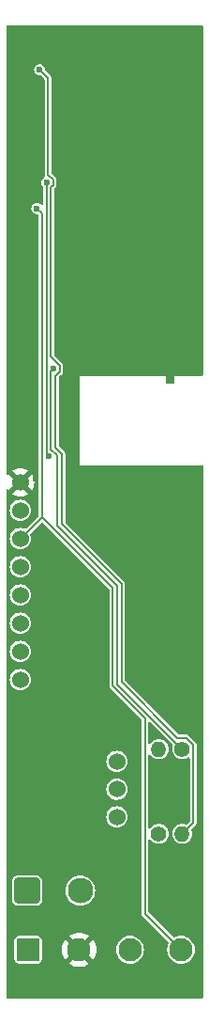
<source format=gbr>
%TF.GenerationSoftware,KiCad,Pcbnew,8.0.8*%
%TF.CreationDate,2025-02-17T15:57:01+09:00*%
%TF.ProjectId,hotdoggu_slimeVR_PCB,686f7464-6f67-4677-955f-736c696d6556,rev?*%
%TF.SameCoordinates,Original*%
%TF.FileFunction,Copper,L2,Bot*%
%TF.FilePolarity,Positive*%
%FSLAX46Y46*%
G04 Gerber Fmt 4.6, Leading zero omitted, Abs format (unit mm)*
G04 Created by KiCad (PCBNEW 8.0.8) date 2025-02-17 15:57:01*
%MOMM*%
%LPD*%
G01*
G04 APERTURE LIST*
G04 Aperture macros list*
%AMRoundRect*
0 Rectangle with rounded corners*
0 $1 Rounding radius*
0 $2 $3 $4 $5 $6 $7 $8 $9 X,Y pos of 4 corners*
0 Add a 4 corners polygon primitive as box body*
4,1,4,$2,$3,$4,$5,$6,$7,$8,$9,$2,$3,0*
0 Add four circle primitives for the rounded corners*
1,1,$1+$1,$2,$3*
1,1,$1+$1,$4,$5*
1,1,$1+$1,$6,$7*
1,1,$1+$1,$8,$9*
0 Add four rect primitives between the rounded corners*
20,1,$1+$1,$2,$3,$4,$5,0*
20,1,$1+$1,$4,$5,$6,$7,0*
20,1,$1+$1,$6,$7,$8,$9,0*
20,1,$1+$1,$8,$9,$2,$3,0*%
G04 Aperture macros list end*
%TA.AperFunction,ComponentPad*%
%ADD10C,1.400000*%
%TD*%
%TA.AperFunction,ComponentPad*%
%ADD11O,1.400000X1.400000*%
%TD*%
%TA.AperFunction,ComponentPad*%
%ADD12RoundRect,0.250001X-0.899999X-0.899999X0.899999X-0.899999X0.899999X0.899999X-0.899999X0.899999X0*%
%TD*%
%TA.AperFunction,ComponentPad*%
%ADD13C,2.300000*%
%TD*%
%TA.AperFunction,ComponentPad*%
%ADD14C,1.524000*%
%TD*%
%TA.AperFunction,ComponentPad*%
%ADD15RoundRect,0.250001X-0.799999X-0.799999X0.799999X-0.799999X0.799999X0.799999X-0.799999X0.799999X0*%
%TD*%
%TA.AperFunction,ComponentPad*%
%ADD16C,2.100000*%
%TD*%
%TA.AperFunction,ViaPad*%
%ADD17C,0.600000*%
%TD*%
%TA.AperFunction,Conductor*%
%ADD18C,0.200000*%
%TD*%
G04 APERTURE END LIST*
D10*
%TO.P,R1,1*%
%TO.N,/VBAT_SW*%
X162110000Y-108940000D03*
D11*
%TO.P,R1,2*%
%TO.N,Net-(U1-D0)*%
X162110000Y-116560000D03*
%TD*%
D12*
%TO.P,J2,1,Pin_1*%
%TO.N,+BATT*%
X148108000Y-121666000D03*
D13*
%TO.P,J2,2,Pin_2*%
%TO.N,GND*%
X152908000Y-121666000D03*
%TD*%
D14*
%TO.P,U2,1,VCC*%
%TO.N,+3V3*%
X147500000Y-84902000D03*
%TO.P,U2,2,GND*%
%TO.N,GND*%
X147500000Y-87442000D03*
%TO.P,U2,3,SCL*%
%TO.N,/SCL*%
X147500000Y-89982000D03*
%TO.P,U2,4,SDA*%
%TO.N,/SDA*%
X147500000Y-92522000D03*
%TO.P,U2,5,XDA*%
%TO.N,unconnected-(U2-XDA-Pad5)*%
X147500000Y-95062000D03*
%TO.P,U2,6,XCL*%
%TO.N,unconnected-(U2-XCL-Pad6)*%
X147500000Y-97602000D03*
%TO.P,U2,7,ADD*%
%TO.N,unconnected-(U2-ADD-Pad7)*%
X147500000Y-100142000D03*
%TO.P,U2,8,INT*%
%TO.N,unconnected-(U2-INT-Pad8)*%
X147500000Y-102682000D03*
%TD*%
D15*
%TO.P,J1,1,Pin_1*%
%TO.N,GND*%
X148210000Y-127000000D03*
D16*
%TO.P,J1,2,Pin_2*%
%TO.N,+3V3*%
X152810000Y-127000000D03*
%TO.P,J1,3,Pin_3*%
%TO.N,/SDA*%
X157410000Y-127000000D03*
%TO.P,J1,4,Pin_4*%
%TO.N,/SCL*%
X162010000Y-127000000D03*
%TD*%
D14*
%TO.P,SW1,1,B*%
%TO.N,unconnected-(SW1-B-Pad1)*%
X156220000Y-115043000D03*
%TO.P,SW1,2,C*%
%TO.N,+BATT*%
X156220000Y-112543000D03*
%TO.P,SW1,3,A*%
%TO.N,/VBAT_SW*%
X156220000Y-110043000D03*
%TD*%
D10*
%TO.P,R2,1*%
%TO.N,Net-(U1-D0)*%
X160000000Y-116560000D03*
D11*
%TO.P,R2,2*%
%TO.N,GND*%
X160000000Y-108940000D03*
%TD*%
D17*
%TO.N,/SCL*%
X149000000Y-60250000D03*
%TO.N,/SDA*%
X150044000Y-82543998D03*
X149860000Y-57912000D03*
%TO.N,+3V3*%
X148844000Y-84582000D03*
X161080000Y-47140000D03*
%TO.N,Net-(U1-D0)*%
X149250000Y-47750000D03*
%TO.N,/VBAT_SW*%
X150460000Y-74645000D03*
%TD*%
D18*
%TO.N,/SCL*%
X149444000Y-60694000D02*
X149444000Y-88038000D01*
X149472315Y-88038000D02*
X150850000Y-89415686D01*
X155850000Y-103245686D02*
X158750000Y-106145686D01*
X149444000Y-88038000D02*
X147500000Y-89982000D01*
X149444000Y-88038000D02*
X149472315Y-88038000D01*
X149000000Y-60250000D02*
X149444000Y-60694000D01*
X158750000Y-106145686D02*
X158750000Y-123740000D01*
X158750000Y-123740000D02*
X162010000Y-127000000D01*
X155850000Y-94415686D02*
X155850000Y-103245686D01*
X150850000Y-89415686D02*
X155850000Y-94415686D01*
%TO.N,/SDA*%
X150044000Y-82543998D02*
X149860000Y-82359998D01*
X149860000Y-82359998D02*
X149860000Y-57912000D01*
X147500000Y-92522000D02*
X147761000Y-92261000D01*
%TO.N,Net-(U1-D0)*%
X149250000Y-47750000D02*
X150000000Y-48500000D01*
X161690000Y-107940000D02*
X162524214Y-107940000D01*
X150000000Y-57203471D02*
X150460000Y-57663471D01*
X150260000Y-73596471D02*
X151060000Y-74396471D01*
X162524214Y-107940000D02*
X163110000Y-108525786D01*
X150460000Y-58160529D02*
X150260000Y-58360529D01*
X150660000Y-81745785D02*
X151250000Y-82335785D01*
X150000000Y-48500000D02*
X150000000Y-57203471D01*
X150708529Y-75245000D02*
X150660000Y-75245000D01*
X151060000Y-74893529D02*
X150708529Y-75245000D01*
X150260000Y-58360529D02*
X150260000Y-73596471D01*
X151250000Y-82335785D02*
X151250000Y-88684314D01*
X163110000Y-115560000D02*
X162110000Y-116560000D01*
X150660000Y-75245000D02*
X150660000Y-81745785D01*
X151250000Y-88684314D02*
X156650000Y-94084314D01*
X150460000Y-57663471D02*
X150460000Y-58160529D01*
X163110000Y-108525786D02*
X163110000Y-115560000D01*
X151060000Y-74396471D02*
X151060000Y-74893529D01*
X156650000Y-94084314D02*
X156650000Y-102900000D01*
X156650000Y-102900000D02*
X161690000Y-107940000D01*
%TO.N,/VBAT_SW*%
X150460000Y-74645000D02*
X150260000Y-74845000D01*
X150260000Y-74845000D02*
X150260000Y-81911471D01*
X150260000Y-81911471D02*
X150850000Y-82501471D01*
X150850000Y-82501471D02*
X150850000Y-88850000D01*
X156250000Y-94250000D02*
X156250000Y-103080000D01*
X156250000Y-103080000D02*
X162110000Y-108940000D01*
X150850000Y-88850000D02*
X156250000Y-94250000D01*
%TD*%
%TA.AperFunction,Conductor*%
%TO.N,+3V3*%
G36*
X163952539Y-43810185D02*
G01*
X163998294Y-43862989D01*
X164009500Y-43914500D01*
X164009500Y-75236000D01*
X163989815Y-75303039D01*
X163937011Y-75348794D01*
X163885500Y-75360000D01*
X161440000Y-75360000D01*
X161440000Y-75936000D01*
X161420315Y-76003039D01*
X161367511Y-76048794D01*
X161316000Y-76060000D01*
X160764000Y-76060000D01*
X160696961Y-76040315D01*
X160651206Y-75987511D01*
X160640000Y-75936000D01*
X160640000Y-75360000D01*
X152840000Y-75360000D01*
X152840000Y-83360000D01*
X163885500Y-83360000D01*
X163952539Y-83379685D01*
X163998294Y-83432489D01*
X164009500Y-83484000D01*
X164009500Y-131265500D01*
X163989815Y-131332539D01*
X163937011Y-131378294D01*
X163885500Y-131389500D01*
X146334500Y-131389500D01*
X146267461Y-131369815D01*
X146221706Y-131317011D01*
X146210500Y-131265500D01*
X146210500Y-126145731D01*
X146959500Y-126145731D01*
X146959500Y-127854258D01*
X146962354Y-127884698D01*
X146962354Y-127884699D01*
X147007206Y-128012881D01*
X147007207Y-128012882D01*
X147087850Y-128122150D01*
X147197118Y-128202793D01*
X147325302Y-128247646D01*
X147325301Y-128247646D01*
X147329271Y-128248018D01*
X147355735Y-128250500D01*
X149064264Y-128250499D01*
X149094698Y-128247646D01*
X149222882Y-128202793D01*
X149332150Y-128122150D01*
X149412793Y-128012882D01*
X149457646Y-127884698D01*
X149460500Y-127854265D01*
X149460499Y-127000000D01*
X151255207Y-127000000D01*
X151274348Y-127243219D01*
X151331303Y-127480457D01*
X151424668Y-127705861D01*
X151548504Y-127907942D01*
X152286212Y-127170234D01*
X152297482Y-127212292D01*
X152369890Y-127337708D01*
X152472292Y-127440110D01*
X152597708Y-127512518D01*
X152639765Y-127523787D01*
X151902056Y-128261494D01*
X152104138Y-128385331D01*
X152329542Y-128478696D01*
X152566780Y-128535651D01*
X152566779Y-128535651D01*
X152810000Y-128554792D01*
X153053219Y-128535651D01*
X153290457Y-128478696D01*
X153515861Y-128385331D01*
X153717942Y-128261494D01*
X152980234Y-127523787D01*
X153022292Y-127512518D01*
X153147708Y-127440110D01*
X153250110Y-127337708D01*
X153322518Y-127212292D01*
X153333787Y-127170235D01*
X154071494Y-127907942D01*
X154195331Y-127705861D01*
X154288696Y-127480457D01*
X154345651Y-127243219D01*
X154364792Y-127000000D01*
X154364792Y-126999997D01*
X156154723Y-126999997D01*
X156154723Y-127000002D01*
X156173793Y-127217975D01*
X156173793Y-127217979D01*
X156230422Y-127429322D01*
X156230424Y-127429326D01*
X156230425Y-127429330D01*
X156235452Y-127440110D01*
X156322897Y-127627638D01*
X156322898Y-127627639D01*
X156448402Y-127806877D01*
X156603123Y-127961598D01*
X156782361Y-128087102D01*
X156980670Y-128179575D01*
X157192023Y-128236207D01*
X157374926Y-128252208D01*
X157409998Y-128255277D01*
X157410000Y-128255277D01*
X157410002Y-128255277D01*
X157438254Y-128252805D01*
X157627977Y-128236207D01*
X157839330Y-128179575D01*
X158037639Y-128087102D01*
X158216877Y-127961598D01*
X158371598Y-127806877D01*
X158497102Y-127627639D01*
X158589575Y-127429330D01*
X158646207Y-127217977D01*
X158665277Y-127000000D01*
X158646207Y-126782023D01*
X158589575Y-126570670D01*
X158497102Y-126372362D01*
X158497100Y-126372359D01*
X158497099Y-126372357D01*
X158371599Y-126193124D01*
X158324206Y-126145731D01*
X158216877Y-126038402D01*
X158037639Y-125912898D01*
X158037640Y-125912898D01*
X158037638Y-125912897D01*
X157929500Y-125862472D01*
X157839330Y-125820425D01*
X157839326Y-125820424D01*
X157839322Y-125820422D01*
X157627977Y-125763793D01*
X157410002Y-125744723D01*
X157409998Y-125744723D01*
X157264682Y-125757436D01*
X157192023Y-125763793D01*
X157192020Y-125763793D01*
X156980677Y-125820422D01*
X156980668Y-125820426D01*
X156782361Y-125912898D01*
X156782357Y-125912900D01*
X156603121Y-126038402D01*
X156448402Y-126193121D01*
X156322900Y-126372357D01*
X156322898Y-126372361D01*
X156230426Y-126570668D01*
X156230422Y-126570677D01*
X156173793Y-126782020D01*
X156173793Y-126782024D01*
X156154723Y-126999997D01*
X154364792Y-126999997D01*
X154345651Y-126756780D01*
X154288696Y-126519542D01*
X154195331Y-126294138D01*
X154071494Y-126092056D01*
X153333787Y-126829764D01*
X153322518Y-126787708D01*
X153250110Y-126662292D01*
X153147708Y-126559890D01*
X153022292Y-126487482D01*
X152980233Y-126476212D01*
X153717942Y-125738504D01*
X153515861Y-125614668D01*
X153290457Y-125521303D01*
X153053219Y-125464348D01*
X153053220Y-125464348D01*
X152810000Y-125445207D01*
X152566780Y-125464348D01*
X152329542Y-125521303D01*
X152104146Y-125614665D01*
X152104141Y-125614668D01*
X151902056Y-125738504D01*
X152639765Y-126476212D01*
X152597708Y-126487482D01*
X152472292Y-126559890D01*
X152369890Y-126662292D01*
X152297482Y-126787708D01*
X152286212Y-126829765D01*
X151548504Y-126092056D01*
X151424668Y-126294141D01*
X151424665Y-126294146D01*
X151331303Y-126519542D01*
X151274348Y-126756780D01*
X151255207Y-127000000D01*
X149460499Y-127000000D01*
X149460499Y-126145736D01*
X149457646Y-126115302D01*
X149412793Y-125987118D01*
X149332150Y-125877850D01*
X149222882Y-125797207D01*
X149222881Y-125797206D01*
X149094695Y-125752353D01*
X149094698Y-125752353D01*
X149064268Y-125749500D01*
X147355741Y-125749500D01*
X147325301Y-125752354D01*
X147325300Y-125752354D01*
X147197118Y-125797206D01*
X147087850Y-125877850D01*
X147007206Y-125987118D01*
X146962353Y-126115302D01*
X146959500Y-126145731D01*
X146210500Y-126145731D01*
X146210500Y-120711731D01*
X146757500Y-120711731D01*
X146757500Y-122620258D01*
X146760354Y-122650698D01*
X146760354Y-122650699D01*
X146805206Y-122778881D01*
X146805207Y-122778882D01*
X146885850Y-122888150D01*
X146995118Y-122968793D01*
X147123302Y-123013646D01*
X147123301Y-123013646D01*
X147127271Y-123014018D01*
X147153735Y-123016500D01*
X149062264Y-123016499D01*
X149092698Y-123013646D01*
X149220882Y-122968793D01*
X149330150Y-122888150D01*
X149410793Y-122778882D01*
X149455646Y-122650698D01*
X149458500Y-122620265D01*
X149458499Y-121665999D01*
X151552341Y-121665999D01*
X151552341Y-121666000D01*
X151572936Y-121901403D01*
X151572938Y-121901413D01*
X151634094Y-122129655D01*
X151634096Y-122129659D01*
X151634097Y-122129663D01*
X151733965Y-122343830D01*
X151733967Y-122343834D01*
X151842281Y-122498521D01*
X151869505Y-122537401D01*
X152036599Y-122704495D01*
X152133384Y-122772265D01*
X152230165Y-122840032D01*
X152230167Y-122840033D01*
X152230170Y-122840035D01*
X152444337Y-122939903D01*
X152672592Y-123001063D01*
X152849034Y-123016500D01*
X152907999Y-123021659D01*
X152908000Y-123021659D01*
X152908001Y-123021659D01*
X152966966Y-123016500D01*
X153143408Y-123001063D01*
X153371663Y-122939903D01*
X153585830Y-122840035D01*
X153779401Y-122704495D01*
X153946495Y-122537401D01*
X154082035Y-122343830D01*
X154181903Y-122129663D01*
X154243063Y-121901408D01*
X154263659Y-121666000D01*
X154243063Y-121430592D01*
X154181903Y-121202337D01*
X154082035Y-120988171D01*
X153946495Y-120794599D01*
X153946494Y-120794597D01*
X153779402Y-120627506D01*
X153779395Y-120627501D01*
X153585834Y-120491967D01*
X153585830Y-120491965D01*
X153482647Y-120443850D01*
X153371663Y-120392097D01*
X153371659Y-120392096D01*
X153371655Y-120392094D01*
X153143413Y-120330938D01*
X153143403Y-120330936D01*
X152908001Y-120310341D01*
X152907999Y-120310341D01*
X152672596Y-120330936D01*
X152672586Y-120330938D01*
X152444344Y-120392094D01*
X152444335Y-120392098D01*
X152230171Y-120491964D01*
X152230169Y-120491965D01*
X152036597Y-120627505D01*
X151869505Y-120794597D01*
X151733965Y-120988169D01*
X151733964Y-120988171D01*
X151634098Y-121202335D01*
X151634094Y-121202344D01*
X151572938Y-121430586D01*
X151572936Y-121430596D01*
X151552341Y-121665999D01*
X149458499Y-121665999D01*
X149458499Y-120711736D01*
X149455646Y-120681302D01*
X149410793Y-120553118D01*
X149330150Y-120443850D01*
X149220882Y-120363207D01*
X149220881Y-120363206D01*
X149092695Y-120318353D01*
X149092698Y-120318353D01*
X149062268Y-120315500D01*
X147153741Y-120315500D01*
X147123301Y-120318354D01*
X147123300Y-120318354D01*
X146995118Y-120363206D01*
X146885850Y-120443850D01*
X146805206Y-120553118D01*
X146760353Y-120681302D01*
X146757500Y-120711731D01*
X146210500Y-120711731D01*
X146210500Y-115043000D01*
X155252843Y-115043000D01*
X155271426Y-115231681D01*
X155271427Y-115231683D01*
X155326463Y-115413115D01*
X155326464Y-115413118D01*
X155326465Y-115413119D01*
X155326466Y-115413122D01*
X155415834Y-115580318D01*
X155415838Y-115580325D01*
X155536116Y-115726883D01*
X155682674Y-115847161D01*
X155682681Y-115847165D01*
X155849877Y-115936533D01*
X155849878Y-115936533D01*
X155849885Y-115936537D01*
X156031317Y-115991573D01*
X156031316Y-115991573D01*
X156048233Y-115993239D01*
X156220000Y-116010157D01*
X156408683Y-115991573D01*
X156590115Y-115936537D01*
X156757324Y-115847162D01*
X156903883Y-115726883D01*
X157024162Y-115580324D01*
X157113537Y-115413115D01*
X157168573Y-115231683D01*
X157187157Y-115043000D01*
X157168573Y-114854317D01*
X157113537Y-114672885D01*
X157024162Y-114505676D01*
X157024161Y-114505674D01*
X156903883Y-114359116D01*
X156757325Y-114238838D01*
X156757318Y-114238834D01*
X156590122Y-114149466D01*
X156590119Y-114149465D01*
X156590118Y-114149464D01*
X156590115Y-114149463D01*
X156408683Y-114094427D01*
X156408681Y-114094426D01*
X156408683Y-114094426D01*
X156220000Y-114075843D01*
X156031318Y-114094426D01*
X155924194Y-114126921D01*
X155849885Y-114149463D01*
X155849882Y-114149464D01*
X155849880Y-114149465D01*
X155849877Y-114149466D01*
X155682681Y-114238834D01*
X155682674Y-114238838D01*
X155536116Y-114359116D01*
X155415838Y-114505674D01*
X155415834Y-114505681D01*
X155326466Y-114672877D01*
X155326465Y-114672880D01*
X155271426Y-114854318D01*
X155252843Y-115043000D01*
X146210500Y-115043000D01*
X146210500Y-112543000D01*
X155252843Y-112543000D01*
X155271426Y-112731681D01*
X155271427Y-112731683D01*
X155326463Y-112913115D01*
X155326464Y-112913118D01*
X155326465Y-112913119D01*
X155326466Y-112913122D01*
X155415834Y-113080318D01*
X155415838Y-113080325D01*
X155536116Y-113226883D01*
X155682674Y-113347161D01*
X155682681Y-113347165D01*
X155849877Y-113436533D01*
X155849878Y-113436533D01*
X155849885Y-113436537D01*
X156031317Y-113491573D01*
X156031316Y-113491573D01*
X156048233Y-113493239D01*
X156220000Y-113510157D01*
X156408683Y-113491573D01*
X156590115Y-113436537D01*
X156757324Y-113347162D01*
X156903883Y-113226883D01*
X157024162Y-113080324D01*
X157113537Y-112913115D01*
X157168573Y-112731683D01*
X157187157Y-112543000D01*
X157168573Y-112354317D01*
X157113537Y-112172885D01*
X157024162Y-112005676D01*
X157024161Y-112005674D01*
X156903883Y-111859116D01*
X156757325Y-111738838D01*
X156757318Y-111738834D01*
X156590122Y-111649466D01*
X156590119Y-111649465D01*
X156590118Y-111649464D01*
X156590115Y-111649463D01*
X156408683Y-111594427D01*
X156408681Y-111594426D01*
X156408683Y-111594426D01*
X156220000Y-111575843D01*
X156031318Y-111594426D01*
X155924194Y-111626921D01*
X155849885Y-111649463D01*
X155849882Y-111649464D01*
X155849880Y-111649465D01*
X155849877Y-111649466D01*
X155682681Y-111738834D01*
X155682674Y-111738838D01*
X155536116Y-111859116D01*
X155415838Y-112005674D01*
X155415834Y-112005681D01*
X155326466Y-112172877D01*
X155326465Y-112172880D01*
X155271426Y-112354318D01*
X155252843Y-112543000D01*
X146210500Y-112543000D01*
X146210500Y-110043000D01*
X155252843Y-110043000D01*
X155271426Y-110231681D01*
X155271427Y-110231683D01*
X155326463Y-110413115D01*
X155326464Y-110413118D01*
X155326465Y-110413119D01*
X155326466Y-110413122D01*
X155415834Y-110580318D01*
X155415838Y-110580325D01*
X155536116Y-110726883D01*
X155682674Y-110847161D01*
X155682681Y-110847165D01*
X155849877Y-110936533D01*
X155849878Y-110936533D01*
X155849885Y-110936537D01*
X156031317Y-110991573D01*
X156031316Y-110991573D01*
X156048233Y-110993239D01*
X156220000Y-111010157D01*
X156408683Y-110991573D01*
X156590115Y-110936537D01*
X156757324Y-110847162D01*
X156903883Y-110726883D01*
X157024162Y-110580324D01*
X157113537Y-110413115D01*
X157168573Y-110231683D01*
X157187157Y-110043000D01*
X157168573Y-109854317D01*
X157113537Y-109672885D01*
X157081468Y-109612888D01*
X157024165Y-109505681D01*
X157024161Y-109505674D01*
X156903883Y-109359116D01*
X156757325Y-109238838D01*
X156757318Y-109238834D01*
X156590122Y-109149466D01*
X156590119Y-109149465D01*
X156590118Y-109149464D01*
X156590115Y-109149463D01*
X156408683Y-109094427D01*
X156408681Y-109094426D01*
X156408683Y-109094426D01*
X156220000Y-109075843D01*
X156031318Y-109094426D01*
X155924194Y-109126921D01*
X155849885Y-109149463D01*
X155849882Y-109149464D01*
X155849880Y-109149465D01*
X155849877Y-109149466D01*
X155682681Y-109238834D01*
X155682674Y-109238838D01*
X155536116Y-109359116D01*
X155415838Y-109505674D01*
X155415834Y-109505681D01*
X155326466Y-109672877D01*
X155326465Y-109672880D01*
X155271426Y-109854318D01*
X155252843Y-110043000D01*
X146210500Y-110043000D01*
X146210500Y-102682000D01*
X146532843Y-102682000D01*
X146551426Y-102870681D01*
X146551427Y-102870683D01*
X146606463Y-103052115D01*
X146606464Y-103052118D01*
X146606465Y-103052119D01*
X146606466Y-103052122D01*
X146695834Y-103219318D01*
X146695838Y-103219325D01*
X146816116Y-103365883D01*
X146962674Y-103486161D01*
X146962681Y-103486165D01*
X147129877Y-103575533D01*
X147129878Y-103575533D01*
X147129885Y-103575537D01*
X147311317Y-103630573D01*
X147311316Y-103630573D01*
X147328233Y-103632239D01*
X147500000Y-103649157D01*
X147688683Y-103630573D01*
X147870115Y-103575537D01*
X148037324Y-103486162D01*
X148183883Y-103365883D01*
X148304162Y-103219324D01*
X148393537Y-103052115D01*
X148448573Y-102870683D01*
X148467157Y-102682000D01*
X148448573Y-102493317D01*
X148393537Y-102311885D01*
X148304162Y-102144676D01*
X148304161Y-102144674D01*
X148183883Y-101998116D01*
X148037325Y-101877838D01*
X148037318Y-101877834D01*
X147870122Y-101788466D01*
X147870119Y-101788465D01*
X147870118Y-101788464D01*
X147870115Y-101788463D01*
X147688683Y-101733427D01*
X147688681Y-101733426D01*
X147688683Y-101733426D01*
X147500000Y-101714843D01*
X147311318Y-101733426D01*
X147204194Y-101765921D01*
X147129885Y-101788463D01*
X147129882Y-101788464D01*
X147129880Y-101788465D01*
X147129877Y-101788466D01*
X146962681Y-101877834D01*
X146962674Y-101877838D01*
X146816116Y-101998116D01*
X146695838Y-102144674D01*
X146695834Y-102144681D01*
X146606466Y-102311877D01*
X146606465Y-102311880D01*
X146551426Y-102493318D01*
X146532843Y-102682000D01*
X146210500Y-102682000D01*
X146210500Y-100142000D01*
X146532843Y-100142000D01*
X146551426Y-100330681D01*
X146551427Y-100330683D01*
X146606463Y-100512115D01*
X146606464Y-100512118D01*
X146606465Y-100512119D01*
X146606466Y-100512122D01*
X146695834Y-100679318D01*
X146695838Y-100679325D01*
X146816116Y-100825883D01*
X146962674Y-100946161D01*
X146962681Y-100946165D01*
X147129877Y-101035533D01*
X147129878Y-101035533D01*
X147129885Y-101035537D01*
X147311317Y-101090573D01*
X147311316Y-101090573D01*
X147328233Y-101092239D01*
X147500000Y-101109157D01*
X147688683Y-101090573D01*
X147870115Y-101035537D01*
X148037324Y-100946162D01*
X148183883Y-100825883D01*
X148304162Y-100679324D01*
X148393537Y-100512115D01*
X148448573Y-100330683D01*
X148467157Y-100142000D01*
X148448573Y-99953317D01*
X148393537Y-99771885D01*
X148304162Y-99604676D01*
X148304161Y-99604674D01*
X148183883Y-99458116D01*
X148037325Y-99337838D01*
X148037318Y-99337834D01*
X147870122Y-99248466D01*
X147870119Y-99248465D01*
X147870118Y-99248464D01*
X147870115Y-99248463D01*
X147688683Y-99193427D01*
X147688681Y-99193426D01*
X147688683Y-99193426D01*
X147500000Y-99174843D01*
X147311318Y-99193426D01*
X147204194Y-99225921D01*
X147129885Y-99248463D01*
X147129882Y-99248464D01*
X147129880Y-99248465D01*
X147129877Y-99248466D01*
X146962681Y-99337834D01*
X146962674Y-99337838D01*
X146816116Y-99458116D01*
X146695838Y-99604674D01*
X146695834Y-99604681D01*
X146606466Y-99771877D01*
X146606465Y-99771880D01*
X146551426Y-99953318D01*
X146532843Y-100142000D01*
X146210500Y-100142000D01*
X146210500Y-97602000D01*
X146532843Y-97602000D01*
X146551426Y-97790681D01*
X146551427Y-97790683D01*
X146606463Y-97972115D01*
X146606464Y-97972118D01*
X146606465Y-97972119D01*
X146606466Y-97972122D01*
X146695834Y-98139318D01*
X146695838Y-98139325D01*
X146816116Y-98285883D01*
X146962674Y-98406161D01*
X146962681Y-98406165D01*
X147129877Y-98495533D01*
X147129878Y-98495533D01*
X147129885Y-98495537D01*
X147311317Y-98550573D01*
X147311316Y-98550573D01*
X147328233Y-98552239D01*
X147500000Y-98569157D01*
X147688683Y-98550573D01*
X147870115Y-98495537D01*
X148037324Y-98406162D01*
X148183883Y-98285883D01*
X148304162Y-98139324D01*
X148393537Y-97972115D01*
X148448573Y-97790683D01*
X148467157Y-97602000D01*
X148448573Y-97413317D01*
X148393537Y-97231885D01*
X148304162Y-97064676D01*
X148304161Y-97064674D01*
X148183883Y-96918116D01*
X148037325Y-96797838D01*
X148037318Y-96797834D01*
X147870122Y-96708466D01*
X147870119Y-96708465D01*
X147870118Y-96708464D01*
X147870115Y-96708463D01*
X147688683Y-96653427D01*
X147688681Y-96653426D01*
X147688683Y-96653426D01*
X147500000Y-96634843D01*
X147311318Y-96653426D01*
X147204194Y-96685921D01*
X147129885Y-96708463D01*
X147129882Y-96708464D01*
X147129880Y-96708465D01*
X147129877Y-96708466D01*
X146962681Y-96797834D01*
X146962674Y-96797838D01*
X146816116Y-96918116D01*
X146695838Y-97064674D01*
X146695834Y-97064681D01*
X146606466Y-97231877D01*
X146606465Y-97231880D01*
X146551426Y-97413318D01*
X146532843Y-97602000D01*
X146210500Y-97602000D01*
X146210500Y-95062000D01*
X146532843Y-95062000D01*
X146551426Y-95250681D01*
X146551427Y-95250683D01*
X146606463Y-95432115D01*
X146606464Y-95432118D01*
X146606465Y-95432119D01*
X146606466Y-95432122D01*
X146695834Y-95599318D01*
X146695838Y-95599325D01*
X146816116Y-95745883D01*
X146962674Y-95866161D01*
X146962681Y-95866165D01*
X147129877Y-95955533D01*
X147129878Y-95955533D01*
X147129885Y-95955537D01*
X147311317Y-96010573D01*
X147311316Y-96010573D01*
X147328233Y-96012239D01*
X147500000Y-96029157D01*
X147688683Y-96010573D01*
X147870115Y-95955537D01*
X148037324Y-95866162D01*
X148183883Y-95745883D01*
X148304162Y-95599324D01*
X148393537Y-95432115D01*
X148448573Y-95250683D01*
X148467157Y-95062000D01*
X148448573Y-94873317D01*
X148393537Y-94691885D01*
X148393533Y-94691877D01*
X148304165Y-94524681D01*
X148304161Y-94524674D01*
X148183883Y-94378116D01*
X148037325Y-94257838D01*
X148037318Y-94257834D01*
X147870122Y-94168466D01*
X147870119Y-94168465D01*
X147870118Y-94168464D01*
X147870115Y-94168463D01*
X147688683Y-94113427D01*
X147688681Y-94113426D01*
X147688683Y-94113426D01*
X147500000Y-94094843D01*
X147311318Y-94113426D01*
X147204194Y-94145921D01*
X147129885Y-94168463D01*
X147129882Y-94168464D01*
X147129880Y-94168465D01*
X147129877Y-94168466D01*
X146962681Y-94257834D01*
X146962674Y-94257838D01*
X146816116Y-94378116D01*
X146695838Y-94524674D01*
X146695834Y-94524681D01*
X146606466Y-94691877D01*
X146606465Y-94691880D01*
X146551426Y-94873318D01*
X146532843Y-95062000D01*
X146210500Y-95062000D01*
X146210500Y-92522000D01*
X146532843Y-92522000D01*
X146551426Y-92710681D01*
X146551427Y-92710683D01*
X146606463Y-92892115D01*
X146606464Y-92892118D01*
X146606465Y-92892119D01*
X146606466Y-92892122D01*
X146695834Y-93059318D01*
X146695838Y-93059325D01*
X146816116Y-93205883D01*
X146962674Y-93326161D01*
X146962681Y-93326165D01*
X147129877Y-93415533D01*
X147129878Y-93415533D01*
X147129885Y-93415537D01*
X147311317Y-93470573D01*
X147311316Y-93470573D01*
X147328233Y-93472239D01*
X147500000Y-93489157D01*
X147688683Y-93470573D01*
X147870115Y-93415537D01*
X148037324Y-93326162D01*
X148183883Y-93205883D01*
X148304162Y-93059324D01*
X148393537Y-92892115D01*
X148448573Y-92710683D01*
X148467157Y-92522000D01*
X148448573Y-92333317D01*
X148393537Y-92151885D01*
X148304162Y-91984676D01*
X148304161Y-91984674D01*
X148183883Y-91838116D01*
X148037325Y-91717838D01*
X148037318Y-91717834D01*
X147870122Y-91628466D01*
X147870119Y-91628465D01*
X147870118Y-91628464D01*
X147870115Y-91628463D01*
X147688683Y-91573427D01*
X147688681Y-91573426D01*
X147688683Y-91573426D01*
X147500000Y-91554843D01*
X147311318Y-91573426D01*
X147204194Y-91605921D01*
X147129885Y-91628463D01*
X147129882Y-91628464D01*
X147129880Y-91628465D01*
X147129877Y-91628466D01*
X146962681Y-91717834D01*
X146962674Y-91717838D01*
X146816116Y-91838116D01*
X146695838Y-91984674D01*
X146695834Y-91984681D01*
X146606466Y-92151877D01*
X146606465Y-92151880D01*
X146551426Y-92333318D01*
X146532843Y-92522000D01*
X146210500Y-92522000D01*
X146210500Y-89982000D01*
X146532843Y-89982000D01*
X146551426Y-90170681D01*
X146551427Y-90170683D01*
X146606463Y-90352115D01*
X146606464Y-90352118D01*
X146606465Y-90352119D01*
X146606466Y-90352122D01*
X146695834Y-90519318D01*
X146695838Y-90519325D01*
X146816116Y-90665883D01*
X146962674Y-90786161D01*
X146962681Y-90786165D01*
X147129877Y-90875533D01*
X147129878Y-90875533D01*
X147129885Y-90875537D01*
X147311317Y-90930573D01*
X147311316Y-90930573D01*
X147328233Y-90932239D01*
X147500000Y-90949157D01*
X147688683Y-90930573D01*
X147870115Y-90875537D01*
X148037324Y-90786162D01*
X148183883Y-90665883D01*
X148304162Y-90519324D01*
X148393537Y-90352115D01*
X148448573Y-90170683D01*
X148467157Y-89982000D01*
X148448573Y-89793317D01*
X148393537Y-89611885D01*
X148393533Y-89611877D01*
X148392196Y-89607470D01*
X148391573Y-89537603D01*
X148423174Y-89483795D01*
X149370477Y-88536492D01*
X149431798Y-88503009D01*
X149501490Y-88507993D01*
X149545837Y-88536494D01*
X155513181Y-94503838D01*
X155546666Y-94565161D01*
X155549500Y-94591519D01*
X155549500Y-103285248D01*
X155569979Y-103361675D01*
X155580846Y-103380496D01*
X155580847Y-103380500D01*
X155580848Y-103380500D01*
X155609539Y-103430195D01*
X155609541Y-103430198D01*
X158413181Y-106233838D01*
X158446666Y-106295161D01*
X158449500Y-106321519D01*
X158449500Y-123779562D01*
X158463152Y-123830513D01*
X158469979Y-123855990D01*
X158469982Y-123855995D01*
X158509535Y-123924504D01*
X158509541Y-123924512D01*
X160872472Y-126287443D01*
X160905957Y-126348766D01*
X160900973Y-126418458D01*
X160897173Y-126427529D01*
X160854267Y-126519542D01*
X160830426Y-126570668D01*
X160830422Y-126570677D01*
X160773793Y-126782020D01*
X160773793Y-126782024D01*
X160754723Y-126999997D01*
X160754723Y-127000002D01*
X160773793Y-127217975D01*
X160773793Y-127217979D01*
X160830422Y-127429322D01*
X160830424Y-127429326D01*
X160830425Y-127429330D01*
X160835452Y-127440110D01*
X160922897Y-127627638D01*
X160922898Y-127627639D01*
X161048402Y-127806877D01*
X161203123Y-127961598D01*
X161382361Y-128087102D01*
X161580670Y-128179575D01*
X161792023Y-128236207D01*
X161974926Y-128252208D01*
X162009998Y-128255277D01*
X162010000Y-128255277D01*
X162010002Y-128255277D01*
X162038254Y-128252805D01*
X162227977Y-128236207D01*
X162439330Y-128179575D01*
X162637639Y-128087102D01*
X162816877Y-127961598D01*
X162971598Y-127806877D01*
X163097102Y-127627639D01*
X163189575Y-127429330D01*
X163246207Y-127217977D01*
X163265277Y-127000000D01*
X163246207Y-126782023D01*
X163189575Y-126570670D01*
X163097102Y-126372362D01*
X163097100Y-126372359D01*
X163097099Y-126372357D01*
X162971599Y-126193124D01*
X162924206Y-126145731D01*
X162816877Y-126038402D01*
X162637639Y-125912898D01*
X162637640Y-125912898D01*
X162637638Y-125912897D01*
X162529500Y-125862472D01*
X162439330Y-125820425D01*
X162439326Y-125820424D01*
X162439322Y-125820422D01*
X162227977Y-125763793D01*
X162010002Y-125744723D01*
X162009998Y-125744723D01*
X161864682Y-125757436D01*
X161792023Y-125763793D01*
X161792020Y-125763793D01*
X161580677Y-125820422D01*
X161580668Y-125820426D01*
X161437529Y-125887173D01*
X161368451Y-125897665D01*
X161304667Y-125869145D01*
X161297443Y-125862472D01*
X159086819Y-123651848D01*
X159053334Y-123590525D01*
X159050500Y-123564167D01*
X159050500Y-117174280D01*
X159070185Y-117107241D01*
X159122989Y-117061486D01*
X159192147Y-117051542D01*
X159255703Y-117080567D01*
X159266650Y-117091308D01*
X159267465Y-117092214D01*
X159267467Y-117092216D01*
X159280996Y-117107241D01*
X159394129Y-117232888D01*
X159547265Y-117344148D01*
X159547270Y-117344151D01*
X159720192Y-117421142D01*
X159720197Y-117421144D01*
X159905354Y-117460500D01*
X159905355Y-117460500D01*
X160094644Y-117460500D01*
X160094646Y-117460500D01*
X160279803Y-117421144D01*
X160452730Y-117344151D01*
X160605871Y-117232888D01*
X160732533Y-117092216D01*
X160827179Y-116928284D01*
X160885674Y-116748256D01*
X160905460Y-116560000D01*
X160885674Y-116371744D01*
X160827179Y-116191716D01*
X160732533Y-116027784D01*
X160605871Y-115887112D01*
X160605870Y-115887111D01*
X160452734Y-115775851D01*
X160452729Y-115775848D01*
X160279807Y-115698857D01*
X160279802Y-115698855D01*
X160134001Y-115667865D01*
X160094646Y-115659500D01*
X159905354Y-115659500D01*
X159872897Y-115666398D01*
X159720197Y-115698855D01*
X159720192Y-115698857D01*
X159547270Y-115775848D01*
X159547265Y-115775851D01*
X159394129Y-115887111D01*
X159266650Y-116028691D01*
X159207163Y-116065340D01*
X159137306Y-116064009D01*
X159079258Y-116025123D01*
X159051448Y-115961026D01*
X159050500Y-115945719D01*
X159050500Y-109554280D01*
X159070185Y-109487241D01*
X159122989Y-109441486D01*
X159192147Y-109431542D01*
X159255703Y-109460567D01*
X159266650Y-109471308D01*
X159267465Y-109472214D01*
X159267467Y-109472216D01*
X159341358Y-109554280D01*
X159394129Y-109612888D01*
X159547265Y-109724148D01*
X159547270Y-109724151D01*
X159720192Y-109801142D01*
X159720197Y-109801144D01*
X159905354Y-109840500D01*
X159905355Y-109840500D01*
X160094644Y-109840500D01*
X160094646Y-109840500D01*
X160279803Y-109801144D01*
X160452730Y-109724151D01*
X160605871Y-109612888D01*
X160732533Y-109472216D01*
X160827179Y-109308284D01*
X160885674Y-109128256D01*
X160905460Y-108940000D01*
X160885674Y-108751744D01*
X160827179Y-108571716D01*
X160732533Y-108407784D01*
X160605871Y-108267112D01*
X160605870Y-108267111D01*
X160452734Y-108155851D01*
X160452729Y-108155848D01*
X160279807Y-108078857D01*
X160279802Y-108078855D01*
X160134001Y-108047865D01*
X160094646Y-108039500D01*
X159905354Y-108039500D01*
X159872897Y-108046398D01*
X159720197Y-108078855D01*
X159720192Y-108078857D01*
X159547270Y-108155848D01*
X159547265Y-108155851D01*
X159394129Y-108267111D01*
X159266650Y-108408691D01*
X159207163Y-108445340D01*
X159137306Y-108444009D01*
X159079258Y-108405123D01*
X159051448Y-108341026D01*
X159050500Y-108325719D01*
X159050500Y-106604833D01*
X159070185Y-106537794D01*
X159122989Y-106492039D01*
X159192147Y-106482095D01*
X159255703Y-106511120D01*
X159262181Y-106517152D01*
X161237408Y-108492379D01*
X161270893Y-108553702D01*
X161267658Y-108618377D01*
X161224327Y-108751739D01*
X161224327Y-108751740D01*
X161224326Y-108751744D01*
X161204540Y-108940000D01*
X161224326Y-109128256D01*
X161224327Y-109128259D01*
X161282818Y-109308277D01*
X161282821Y-109308284D01*
X161377467Y-109472216D01*
X161451358Y-109554280D01*
X161504129Y-109612888D01*
X161657265Y-109724148D01*
X161657270Y-109724151D01*
X161830192Y-109801142D01*
X161830197Y-109801144D01*
X162015354Y-109840500D01*
X162015355Y-109840500D01*
X162204644Y-109840500D01*
X162204646Y-109840500D01*
X162389803Y-109801144D01*
X162562730Y-109724151D01*
X162571709Y-109717626D01*
X162612615Y-109687908D01*
X162678421Y-109664428D01*
X162746475Y-109680253D01*
X162795170Y-109730359D01*
X162809500Y-109788226D01*
X162809500Y-115384166D01*
X162789815Y-115451205D01*
X162773181Y-115471847D01*
X162558261Y-115686766D01*
X162496938Y-115720251D01*
X162427246Y-115715267D01*
X162420146Y-115712365D01*
X162389806Y-115698857D01*
X162389801Y-115698855D01*
X162254624Y-115670123D01*
X162204646Y-115659500D01*
X162015354Y-115659500D01*
X161982897Y-115666398D01*
X161830197Y-115698855D01*
X161830192Y-115698857D01*
X161657270Y-115775848D01*
X161657265Y-115775851D01*
X161504129Y-115887111D01*
X161377466Y-116027785D01*
X161282821Y-116191715D01*
X161282818Y-116191722D01*
X161224327Y-116371740D01*
X161224326Y-116371744D01*
X161204540Y-116560000D01*
X161224326Y-116748256D01*
X161224327Y-116748259D01*
X161282818Y-116928277D01*
X161282821Y-116928284D01*
X161377467Y-117092216D01*
X161390996Y-117107241D01*
X161504129Y-117232888D01*
X161657265Y-117344148D01*
X161657270Y-117344151D01*
X161830192Y-117421142D01*
X161830197Y-117421144D01*
X162015354Y-117460500D01*
X162015355Y-117460500D01*
X162204644Y-117460500D01*
X162204646Y-117460500D01*
X162389803Y-117421144D01*
X162562730Y-117344151D01*
X162715871Y-117232888D01*
X162842533Y-117092216D01*
X162937179Y-116928284D01*
X162995674Y-116748256D01*
X163015460Y-116560000D01*
X162995674Y-116371744D01*
X162952339Y-116238376D01*
X162950345Y-116168538D01*
X162982588Y-116112381D01*
X163350460Y-115744511D01*
X163390022Y-115675988D01*
X163410500Y-115599562D01*
X163410500Y-115520438D01*
X163410500Y-108486224D01*
X163403334Y-108459480D01*
X163390022Y-108409798D01*
X163350460Y-108341275D01*
X162708725Y-107699540D01*
X162708723Y-107699539D01*
X162708718Y-107699535D01*
X162640209Y-107659982D01*
X162640204Y-107659979D01*
X162614727Y-107653152D01*
X162563776Y-107639500D01*
X162563774Y-107639500D01*
X161865833Y-107639500D01*
X161798794Y-107619815D01*
X161778152Y-107603181D01*
X156986819Y-102811848D01*
X156953334Y-102750525D01*
X156950500Y-102724167D01*
X156950500Y-94044753D01*
X156930020Y-93968323D01*
X156930017Y-93968318D01*
X156890464Y-93899809D01*
X156890458Y-93899801D01*
X151586819Y-88596162D01*
X151553334Y-88534839D01*
X151550500Y-88508481D01*
X151550500Y-82296224D01*
X151530020Y-82219794D01*
X151530017Y-82219789D01*
X151490464Y-82151280D01*
X151490458Y-82151272D01*
X150996819Y-81657633D01*
X150963334Y-81596310D01*
X150960500Y-81569952D01*
X150960500Y-75469362D01*
X150980185Y-75402323D01*
X150996819Y-75381681D01*
X151142500Y-75236000D01*
X151300460Y-75078040D01*
X151316365Y-75050492D01*
X151340021Y-75009518D01*
X151360500Y-74933091D01*
X151360500Y-74356909D01*
X151340021Y-74280482D01*
X151318110Y-74242530D01*
X151300464Y-74211966D01*
X151300458Y-74211958D01*
X150596819Y-73508319D01*
X150563334Y-73446996D01*
X150560500Y-73420638D01*
X150560500Y-58536362D01*
X150580185Y-58469323D01*
X150596819Y-58448681D01*
X150700460Y-58345040D01*
X150740022Y-58276517D01*
X150760500Y-58200091D01*
X150760500Y-58120967D01*
X150760500Y-57623909D01*
X150740021Y-57547482D01*
X150729845Y-57529856D01*
X150700464Y-57478966D01*
X150700458Y-57478958D01*
X150336819Y-57115319D01*
X150303334Y-57053996D01*
X150300500Y-57027638D01*
X150300500Y-48460439D01*
X150280020Y-48384009D01*
X150280017Y-48384004D01*
X150240464Y-48315495D01*
X150240458Y-48315487D01*
X149789395Y-47864424D01*
X149755910Y-47803101D01*
X149754339Y-47759094D01*
X149755647Y-47750000D01*
X149735165Y-47607543D01*
X149675377Y-47476627D01*
X149581128Y-47367857D01*
X149460053Y-47290047D01*
X149460051Y-47290046D01*
X149460049Y-47290045D01*
X149460050Y-47290045D01*
X149321963Y-47249500D01*
X149321961Y-47249500D01*
X149178039Y-47249500D01*
X149178036Y-47249500D01*
X149039949Y-47290045D01*
X148918873Y-47367856D01*
X148824623Y-47476626D01*
X148824622Y-47476628D01*
X148764834Y-47607543D01*
X148744353Y-47750000D01*
X148764834Y-47892456D01*
X148824622Y-48023371D01*
X148824623Y-48023373D01*
X148918872Y-48132143D01*
X149039947Y-48209953D01*
X149039950Y-48209954D01*
X149039949Y-48209954D01*
X149147107Y-48241417D01*
X149175280Y-48249690D01*
X149178036Y-48250499D01*
X149178038Y-48250500D01*
X149274167Y-48250500D01*
X149341206Y-48270185D01*
X149361848Y-48286819D01*
X149663181Y-48588152D01*
X149696666Y-48649475D01*
X149699500Y-48675833D01*
X149699500Y-57243033D01*
X149716849Y-57307781D01*
X149715186Y-57377631D01*
X149676023Y-57435493D01*
X149657358Y-57447177D01*
X149657407Y-57447253D01*
X149528873Y-57529856D01*
X149434623Y-57638626D01*
X149434622Y-57638628D01*
X149374834Y-57769543D01*
X149354353Y-57912000D01*
X149374834Y-58054456D01*
X149405209Y-58120967D01*
X149434623Y-58185373D01*
X149528872Y-58294143D01*
X149528875Y-58294144D01*
X149529213Y-58294535D01*
X149558238Y-58358091D01*
X149559500Y-58375738D01*
X149559500Y-59798955D01*
X149539815Y-59865994D01*
X149487011Y-59911749D01*
X149417853Y-59921693D01*
X149354297Y-59892668D01*
X149341789Y-59880160D01*
X149338361Y-59876205D01*
X149331128Y-59867857D01*
X149210053Y-59790047D01*
X149210051Y-59790046D01*
X149210049Y-59790045D01*
X149210050Y-59790045D01*
X149071963Y-59749500D01*
X149071961Y-59749500D01*
X148928039Y-59749500D01*
X148928036Y-59749500D01*
X148789949Y-59790045D01*
X148668873Y-59867856D01*
X148574623Y-59976626D01*
X148574622Y-59976628D01*
X148514834Y-60107543D01*
X148494353Y-60250000D01*
X148514834Y-60392456D01*
X148574622Y-60523371D01*
X148574623Y-60523373D01*
X148668872Y-60632143D01*
X148789947Y-60709953D01*
X148789950Y-60709954D01*
X148789949Y-60709954D01*
X148897107Y-60741417D01*
X148925280Y-60749690D01*
X148928036Y-60750499D01*
X148928038Y-60750500D01*
X149019500Y-60750500D01*
X149086539Y-60770185D01*
X149132294Y-60822989D01*
X149143500Y-60874500D01*
X149143500Y-87862166D01*
X149123815Y-87929205D01*
X149107181Y-87949847D01*
X147998205Y-89058822D01*
X147936882Y-89092307D01*
X147874529Y-89089802D01*
X147772400Y-89058822D01*
X147688683Y-89033427D01*
X147688681Y-89033426D01*
X147688683Y-89033426D01*
X147500000Y-89014843D01*
X147311318Y-89033426D01*
X147204194Y-89065921D01*
X147129885Y-89088463D01*
X147129882Y-89088464D01*
X147129880Y-89088465D01*
X147129877Y-89088466D01*
X146962681Y-89177834D01*
X146962674Y-89177838D01*
X146816116Y-89298116D01*
X146695838Y-89444674D01*
X146695834Y-89444681D01*
X146606466Y-89611877D01*
X146606465Y-89611880D01*
X146551426Y-89793318D01*
X146532843Y-89982000D01*
X146210500Y-89982000D01*
X146210500Y-87442000D01*
X146532843Y-87442000D01*
X146551426Y-87630681D01*
X146551427Y-87630683D01*
X146606463Y-87812115D01*
X146606464Y-87812118D01*
X146606465Y-87812119D01*
X146606466Y-87812122D01*
X146695834Y-87979318D01*
X146695838Y-87979325D01*
X146816116Y-88125883D01*
X146962674Y-88246161D01*
X146962681Y-88246165D01*
X147129877Y-88335533D01*
X147129878Y-88335533D01*
X147129885Y-88335537D01*
X147311317Y-88390573D01*
X147311316Y-88390573D01*
X147328233Y-88392239D01*
X147500000Y-88409157D01*
X147688683Y-88390573D01*
X147870115Y-88335537D01*
X148037324Y-88246162D01*
X148183883Y-88125883D01*
X148304162Y-87979324D01*
X148393537Y-87812115D01*
X148448573Y-87630683D01*
X148467157Y-87442000D01*
X148448573Y-87253317D01*
X148393537Y-87071885D01*
X148304162Y-86904676D01*
X148304161Y-86904674D01*
X148183883Y-86758116D01*
X148037325Y-86637838D01*
X148037318Y-86637834D01*
X147870122Y-86548466D01*
X147870119Y-86548465D01*
X147870118Y-86548464D01*
X147870115Y-86548463D01*
X147688683Y-86493427D01*
X147688681Y-86493426D01*
X147688683Y-86493426D01*
X147500000Y-86474843D01*
X147311318Y-86493426D01*
X147204194Y-86525921D01*
X147129885Y-86548463D01*
X147129882Y-86548464D01*
X147129880Y-86548465D01*
X147129877Y-86548466D01*
X146962681Y-86637834D01*
X146962674Y-86637838D01*
X146816116Y-86758116D01*
X146695838Y-86904674D01*
X146695834Y-86904681D01*
X146606466Y-87071877D01*
X146606465Y-87071880D01*
X146551426Y-87253318D01*
X146532843Y-87442000D01*
X146210500Y-87442000D01*
X146210500Y-85653911D01*
X146230185Y-85586872D01*
X146282989Y-85541117D01*
X146352147Y-85531173D01*
X146415703Y-85560198D01*
X146436076Y-85582789D01*
X146448258Y-85600188D01*
X147119000Y-84929446D01*
X147119000Y-84952160D01*
X147144964Y-85049061D01*
X147195124Y-85135940D01*
X147266060Y-85206876D01*
X147352939Y-85257036D01*
X147449840Y-85283000D01*
X147472553Y-85283000D01*
X146801810Y-85953740D01*
X146866590Y-85999099D01*
X146866592Y-85999100D01*
X147066715Y-86092419D01*
X147066729Y-86092424D01*
X147280013Y-86149573D01*
X147280023Y-86149575D01*
X147499999Y-86168821D01*
X147500001Y-86168821D01*
X147719976Y-86149575D01*
X147719986Y-86149573D01*
X147933270Y-86092424D01*
X147933284Y-86092419D01*
X148133407Y-85999100D01*
X148133417Y-85999094D01*
X148198188Y-85953741D01*
X147527448Y-85283000D01*
X147550160Y-85283000D01*
X147647061Y-85257036D01*
X147733940Y-85206876D01*
X147804876Y-85135940D01*
X147855036Y-85049061D01*
X147881000Y-84952160D01*
X147881000Y-84929447D01*
X148551741Y-85600188D01*
X148597094Y-85535417D01*
X148597100Y-85535407D01*
X148690419Y-85335284D01*
X148690424Y-85335270D01*
X148747573Y-85121986D01*
X148747575Y-85121976D01*
X148766821Y-84902000D01*
X148766821Y-84901999D01*
X148747575Y-84682023D01*
X148747573Y-84682013D01*
X148690424Y-84468729D01*
X148690420Y-84468720D01*
X148597096Y-84268586D01*
X148551741Y-84203811D01*
X148551740Y-84203810D01*
X147881000Y-84874551D01*
X147881000Y-84851840D01*
X147855036Y-84754939D01*
X147804876Y-84668060D01*
X147733940Y-84597124D01*
X147647061Y-84546964D01*
X147550160Y-84521000D01*
X147527447Y-84521000D01*
X148198188Y-83850258D01*
X148133411Y-83804901D01*
X148133405Y-83804898D01*
X147933284Y-83711580D01*
X147933270Y-83711575D01*
X147719986Y-83654426D01*
X147719976Y-83654424D01*
X147500001Y-83635179D01*
X147499999Y-83635179D01*
X147280023Y-83654424D01*
X147280013Y-83654426D01*
X147066729Y-83711575D01*
X147066720Y-83711579D01*
X146866590Y-83804901D01*
X146801811Y-83850258D01*
X147472554Y-84521000D01*
X147449840Y-84521000D01*
X147352939Y-84546964D01*
X147266060Y-84597124D01*
X147195124Y-84668060D01*
X147144964Y-84754939D01*
X147119000Y-84851840D01*
X147119000Y-84874553D01*
X146448257Y-84203810D01*
X146436076Y-84221209D01*
X146381499Y-84264835D01*
X146312001Y-84272029D01*
X146249646Y-84240507D01*
X146214231Y-84180278D01*
X146210500Y-84150087D01*
X146210500Y-43914500D01*
X146230185Y-43847461D01*
X146282989Y-43801706D01*
X146334500Y-43790500D01*
X163885500Y-43790500D01*
X163952539Y-43810185D01*
G37*
%TD.AperFunction*%
%TD*%
M02*

</source>
